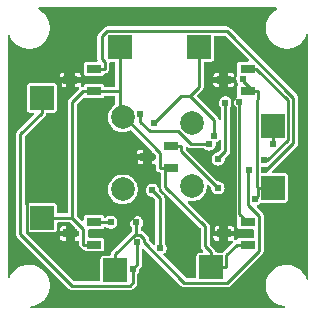
<source format=gtl>
G04 Layer: TopLayer*
G04 EasyEDA v6.5.46, 2025-07-23 17:24:06*
G04 74a4e304ba1b453b8bde7bcb9ef7a0d0,7be8f16a26344db1bf46185b0a727cd7,10*
G04 Gerber Generator version 0.2*
G04 Scale: 100 percent, Rotated: No, Reflected: No *
G04 Dimensions in millimeters *
G04 leading zeros omitted , absolute positions ,4 integer and 5 decimal *
%FSLAX45Y45*%
%MOMM*%

%ADD10C,0.2540*%
%ADD11R,2.0000X2.0000*%
%ADD12R,1.2500X0.7000*%
%ADD13C,2.0000*%
%ADD14C,0.6100*%
%ADD15C,0.0114*%

%LPD*%
G36*
X1222197Y5075174D02*
G01*
X1217879Y5076139D01*
X1214424Y5078831D01*
X1212392Y5082743D01*
X1212189Y5087162D01*
X1213916Y5091226D01*
X1217218Y5094173D01*
X1222603Y5095544D01*
X1240383Y5098796D01*
X1257808Y5103876D01*
X1274572Y5110683D01*
X1290523Y5119217D01*
X1305560Y5129326D01*
X1319479Y5140909D01*
X1332128Y5153863D01*
X1343355Y5168087D01*
X1353058Y5183378D01*
X1361186Y5199532D01*
X1367536Y5216499D01*
X1372158Y5234025D01*
X1374952Y5251907D01*
X1375867Y5269992D01*
X1374952Y5288076D01*
X1372158Y5305958D01*
X1367536Y5323484D01*
X1361186Y5340451D01*
X1353058Y5356606D01*
X1343355Y5371896D01*
X1332128Y5386120D01*
X1319479Y5399074D01*
X1305560Y5410657D01*
X1290523Y5420766D01*
X1274572Y5429300D01*
X1257808Y5436108D01*
X1240383Y5441188D01*
X1222603Y5444439D01*
X1204518Y5445810D01*
X1186434Y5445353D01*
X1168450Y5443016D01*
X1150823Y5438902D01*
X1133754Y5432907D01*
X1117346Y5425236D01*
X1101801Y5415940D01*
X1087323Y5405069D01*
X1074013Y5392775D01*
X1062075Y5379161D01*
X1051560Y5364378D01*
X1042669Y5348630D01*
X1037488Y5336844D01*
X1035253Y5333593D01*
X1031951Y5331460D01*
X1028090Y5330748D01*
X1024229Y5331561D01*
X1020978Y5333746D01*
X1018794Y5337048D01*
X1018032Y5340908D01*
X1018032Y7379055D01*
X1018794Y7382916D01*
X1020978Y7386218D01*
X1024229Y7388402D01*
X1028090Y7389215D01*
X1031951Y7388504D01*
X1035253Y7386370D01*
X1037488Y7383119D01*
X1042669Y7371334D01*
X1051560Y7355586D01*
X1062075Y7340803D01*
X1074013Y7327188D01*
X1087323Y7314895D01*
X1101801Y7304024D01*
X1117346Y7294727D01*
X1133754Y7287056D01*
X1150823Y7281062D01*
X1168450Y7276947D01*
X1186434Y7274610D01*
X1204518Y7274153D01*
X1222603Y7275525D01*
X1240383Y7278776D01*
X1257808Y7283856D01*
X1274572Y7290663D01*
X1290523Y7299198D01*
X1305560Y7309307D01*
X1319479Y7320889D01*
X1332128Y7333843D01*
X1343355Y7348067D01*
X1353058Y7363358D01*
X1361186Y7379512D01*
X1367536Y7396480D01*
X1372158Y7414006D01*
X1374952Y7431887D01*
X1375867Y7449972D01*
X1374952Y7468057D01*
X1372158Y7485938D01*
X1367536Y7503464D01*
X1361186Y7520431D01*
X1353058Y7536586D01*
X1343355Y7551877D01*
X1332128Y7566101D01*
X1319479Y7579055D01*
X1305560Y7590637D01*
X1290523Y7600746D01*
X1283665Y7604404D01*
X1280312Y7607350D01*
X1278483Y7611414D01*
X1278585Y7615834D01*
X1280617Y7619847D01*
X1284122Y7622590D01*
X1288440Y7623556D01*
X3291179Y7623556D01*
X3295446Y7622641D01*
X3298951Y7619949D01*
X3300984Y7616088D01*
X3301237Y7611770D01*
X3299612Y7607706D01*
X3296412Y7604709D01*
X3281832Y7595920D01*
X3267303Y7585049D01*
X3254044Y7572756D01*
X3242056Y7559141D01*
X3231591Y7544358D01*
X3222650Y7528610D01*
X3215436Y7511999D01*
X3209899Y7494778D01*
X3206191Y7477048D01*
X3204362Y7459014D01*
X3204362Y7440930D01*
X3206191Y7422896D01*
X3209899Y7405166D01*
X3215436Y7387945D01*
X3222650Y7371334D01*
X3231591Y7355586D01*
X3242056Y7340803D01*
X3254044Y7327188D01*
X3267303Y7314895D01*
X3281832Y7304024D01*
X3297326Y7294727D01*
X3313734Y7287056D01*
X3330854Y7281062D01*
X3348482Y7276947D01*
X3366414Y7274610D01*
X3384550Y7274153D01*
X3402584Y7275525D01*
X3420414Y7278776D01*
X3437788Y7283856D01*
X3454552Y7290663D01*
X3470554Y7299198D01*
X3485591Y7309307D01*
X3499459Y7320889D01*
X3512108Y7333843D01*
X3523386Y7348067D01*
X3533089Y7363358D01*
X3541166Y7379512D01*
X3546500Y7393635D01*
X3548634Y7397038D01*
X3551885Y7399324D01*
X3555796Y7400188D01*
X3559759Y7399477D01*
X3563112Y7397292D01*
X3565347Y7393990D01*
X3566160Y7390028D01*
X3566160Y5329936D01*
X3565347Y5325973D01*
X3563112Y5322671D01*
X3559759Y5320487D01*
X3555796Y5319776D01*
X3551885Y5320639D01*
X3548634Y5322925D01*
X3546500Y5326329D01*
X3541166Y5340451D01*
X3533089Y5356606D01*
X3523386Y5371896D01*
X3512108Y5386120D01*
X3499459Y5399074D01*
X3485591Y5410657D01*
X3470554Y5420766D01*
X3454552Y5429300D01*
X3437788Y5436108D01*
X3420414Y5441188D01*
X3402584Y5444439D01*
X3384550Y5445810D01*
X3366414Y5445353D01*
X3348482Y5443016D01*
X3330854Y5438902D01*
X3313734Y5432907D01*
X3297326Y5425236D01*
X3281832Y5415940D01*
X3267303Y5405069D01*
X3254044Y5392775D01*
X3242056Y5379161D01*
X3231591Y5364378D01*
X3222650Y5348630D01*
X3215436Y5332018D01*
X3209899Y5314797D01*
X3206191Y5297068D01*
X3204362Y5279034D01*
X3204362Y5260949D01*
X3206191Y5242915D01*
X3209899Y5225186D01*
X3215436Y5207965D01*
X3222650Y5191353D01*
X3231591Y5175605D01*
X3242056Y5160822D01*
X3254044Y5147208D01*
X3267303Y5134914D01*
X3281832Y5124043D01*
X3297326Y5114747D01*
X3313734Y5107076D01*
X3330854Y5101082D01*
X3348482Y5096967D01*
X3360369Y5095392D01*
X3364433Y5093970D01*
X3367532Y5090922D01*
X3369106Y5086858D01*
X3368801Y5082540D01*
X3366770Y5078730D01*
X3363264Y5076088D01*
X3359048Y5075174D01*
G37*

%LPC*%
G36*
X1567027Y5230672D02*
G01*
X2050694Y5230672D01*
X2058720Y5231485D01*
X2065985Y5233670D01*
X2072639Y5237226D01*
X2078837Y5242356D01*
X2106015Y5269534D01*
X2111146Y5275732D01*
X2114702Y5282387D01*
X2116886Y5289651D01*
X2117699Y5297678D01*
X2117699Y5365750D01*
X2118461Y5369661D01*
X2120646Y5372963D01*
X2122271Y5374538D01*
X2127910Y5382615D01*
X2132025Y5391505D01*
X2134565Y5401005D01*
X2135276Y5409031D01*
X2136190Y5412435D01*
X2138222Y5415330D01*
X2144369Y5421477D01*
X2149500Y5427726D01*
X2153056Y5434380D01*
X2155240Y5441594D01*
X2156053Y5449620D01*
X2156053Y5575503D01*
X2156815Y5579414D01*
X2159000Y5582716D01*
X2162302Y5584901D01*
X2166213Y5585663D01*
X2170074Y5584901D01*
X2173376Y5582716D01*
X2488336Y5267756D01*
X2494534Y5262626D01*
X2501239Y5259070D01*
X2508453Y5256885D01*
X2516479Y5256072D01*
X2877820Y5256072D01*
X2885846Y5256885D01*
X2893110Y5259070D01*
X2899765Y5262626D01*
X2905963Y5267756D01*
X3174542Y5536285D01*
X3179622Y5542534D01*
X3183178Y5549188D01*
X3185363Y5556402D01*
X3186176Y5564428D01*
X3186176Y5859170D01*
X3185363Y5867196D01*
X3183178Y5874410D01*
X3179622Y5881116D01*
X3174542Y5887313D01*
X3129991Y5931865D01*
X3127806Y5935065D01*
X3126994Y5938875D01*
X3127654Y5942685D01*
X3129737Y5945987D01*
X3132886Y5948273D01*
X3139948Y5951575D01*
X3148025Y5957214D01*
X3154984Y5964174D01*
X3158337Y5968085D01*
X3161233Y5969558D01*
X3164382Y5970066D01*
X3363315Y5970066D01*
X3369665Y5970828D01*
X3375101Y5972708D01*
X3380028Y5975807D01*
X3384092Y5979871D01*
X3387191Y5984798D01*
X3389071Y5990234D01*
X3389833Y5996584D01*
X3389833Y6195415D01*
X3389071Y6201765D01*
X3387191Y6207201D01*
X3384092Y6212128D01*
X3380028Y6216192D01*
X3375101Y6219291D01*
X3369665Y6221171D01*
X3363315Y6221882D01*
X3265881Y6221882D01*
X3261969Y6222695D01*
X3258667Y6224879D01*
X3256483Y6228181D01*
X3255721Y6232042D01*
X3256483Y6235954D01*
X3258667Y6239256D01*
X3465118Y6445707D01*
X3470249Y6451904D01*
X3473805Y6458559D01*
X3475990Y6465824D01*
X3476802Y6473850D01*
X3476802Y6859219D01*
X3475990Y6867245D01*
X3473805Y6874459D01*
X3470249Y6881114D01*
X3465118Y6887362D01*
X2901442Y7451039D01*
X2895193Y7456170D01*
X2888538Y7459725D01*
X2881325Y7461910D01*
X2873298Y7462672D01*
X1862988Y7462672D01*
X1854962Y7461910D01*
X1847748Y7459725D01*
X1841042Y7456170D01*
X1834845Y7451039D01*
X1790954Y7407148D01*
X1785823Y7400899D01*
X1782267Y7394244D01*
X1780082Y7387031D01*
X1779270Y7379004D01*
X1779270Y7183628D01*
X1779930Y7176973D01*
X1779473Y7172756D01*
X1777339Y7169150D01*
X1773936Y7166660D01*
X1769821Y7165797D01*
X1688033Y7165797D01*
X1681734Y7165086D01*
X1676247Y7163155D01*
X1671370Y7160107D01*
X1667256Y7155992D01*
X1664207Y7151116D01*
X1662277Y7145629D01*
X1661566Y7139330D01*
X1661566Y7070445D01*
X1662277Y7064146D01*
X1664207Y7058659D01*
X1667256Y7053783D01*
X1671370Y7049668D01*
X1676247Y7046620D01*
X1681734Y7044690D01*
X1688033Y7043978D01*
X1811883Y7043978D01*
X1818233Y7044690D01*
X1823669Y7046620D01*
X1828596Y7049668D01*
X1832660Y7053783D01*
X1835759Y7058659D01*
X1838147Y7063282D01*
X1841144Y7065670D01*
X1844802Y7066737D01*
X1848053Y7067042D01*
X1855266Y7069277D01*
X1861921Y7072833D01*
X1867763Y7077608D01*
X1872589Y7083450D01*
X1876145Y7090105D01*
X1878330Y7097369D01*
X1879142Y7105396D01*
X1879142Y7153706D01*
X1879904Y7157618D01*
X1882089Y7160920D01*
X1885391Y7163104D01*
X1889302Y7163866D01*
X1919732Y7163866D01*
X1923643Y7163104D01*
X1926894Y7160920D01*
X1929130Y7157618D01*
X1929892Y7153706D01*
X1929892Y6963664D01*
X1929130Y6959752D01*
X1926894Y6956501D01*
X1923643Y6954266D01*
X1919732Y6953503D01*
X1845614Y6953503D01*
X1841550Y6954367D01*
X1838198Y6956755D01*
X1835759Y6961124D01*
X1832660Y6966000D01*
X1828596Y6970115D01*
X1823669Y6973163D01*
X1818233Y6975094D01*
X1811883Y6975805D01*
X1688033Y6975805D01*
X1681734Y6975094D01*
X1676247Y6973163D01*
X1671370Y6970115D01*
X1667256Y6966000D01*
X1664207Y6961124D01*
X1661820Y6956450D01*
X1658823Y6954113D01*
X1655114Y6953046D01*
X1651914Y6952691D01*
X1648714Y6951725D01*
X1644294Y6951421D01*
X1640128Y6952996D01*
X1637080Y6956196D01*
X1635658Y6960412D01*
X1636166Y6964832D01*
X1637690Y6969150D01*
X1638401Y6975449D01*
X1638401Y6986066D01*
X1587601Y6986066D01*
X1587601Y6948982D01*
X1611934Y6948982D01*
X1613509Y6949186D01*
X1617675Y6948779D01*
X1621282Y6946747D01*
X1623822Y6943496D01*
X1624838Y6939432D01*
X1624126Y6935368D01*
X1621840Y6931863D01*
X1538478Y6848500D01*
X1533347Y6842252D01*
X1529791Y6835597D01*
X1527606Y6828383D01*
X1526794Y6820357D01*
X1526794Y5890768D01*
X1526032Y5886856D01*
X1523796Y5883605D01*
X1520545Y5881370D01*
X1516634Y5880608D01*
X1444193Y5880608D01*
X1440281Y5881370D01*
X1436979Y5883605D01*
X1434795Y5886856D01*
X1434033Y5890768D01*
X1434033Y5941415D01*
X1433271Y5947765D01*
X1431391Y5953201D01*
X1428292Y5958128D01*
X1424228Y5962192D01*
X1419301Y5965291D01*
X1413865Y5967171D01*
X1407515Y5967882D01*
X1208684Y5967882D01*
X1202334Y5967171D01*
X1196898Y5965291D01*
X1191971Y5962192D01*
X1187907Y5958128D01*
X1185164Y5953810D01*
X1182166Y5950712D01*
X1178102Y5949137D01*
X1173784Y5949442D01*
X1169974Y5951524D01*
X1167333Y5954979D01*
X1166418Y5959195D01*
X1166418Y6529476D01*
X1167180Y6533388D01*
X1169416Y6536690D01*
X1335074Y6702348D01*
X1340154Y6708546D01*
X1343710Y6715201D01*
X1347012Y6726478D01*
X1349248Y6729475D01*
X1352397Y6731406D01*
X1356055Y6732066D01*
X1407515Y6732066D01*
X1413865Y6732828D01*
X1419301Y6734708D01*
X1424228Y6737807D01*
X1428292Y6741871D01*
X1431391Y6746798D01*
X1433271Y6752234D01*
X1434033Y6758584D01*
X1434033Y6957415D01*
X1433271Y6963765D01*
X1431391Y6969201D01*
X1428292Y6974128D01*
X1424228Y6978192D01*
X1419301Y6981291D01*
X1413865Y6983171D01*
X1407515Y6983882D01*
X1208684Y6983882D01*
X1202334Y6983171D01*
X1196898Y6981291D01*
X1191971Y6978192D01*
X1187907Y6974128D01*
X1184808Y6969201D01*
X1182928Y6963765D01*
X1182217Y6957415D01*
X1182217Y6758584D01*
X1182928Y6752234D01*
X1184808Y6746798D01*
X1187907Y6741871D01*
X1191971Y6737807D01*
X1196898Y6734708D01*
X1202334Y6732828D01*
X1208684Y6732066D01*
X1231087Y6732066D01*
X1234948Y6731304D01*
X1238250Y6729120D01*
X1240485Y6725818D01*
X1241247Y6721906D01*
X1240485Y6718046D01*
X1238250Y6714744D01*
X1100886Y6577330D01*
X1095756Y6571132D01*
X1092200Y6564426D01*
X1090015Y6557213D01*
X1089202Y6549186D01*
X1089202Y5708548D01*
X1090015Y5700522D01*
X1092200Y5693257D01*
X1095756Y5686602D01*
X1100886Y5680405D01*
X1538884Y5242356D01*
X1545132Y5237226D01*
X1551787Y5233670D01*
X1559001Y5231485D01*
G37*
G36*
X1488084Y6948982D02*
G01*
X1512366Y6948982D01*
X1512366Y6986066D01*
X1461566Y6986066D01*
X1461566Y6975449D01*
X1462278Y6969150D01*
X1464208Y6963664D01*
X1467307Y6958787D01*
X1471371Y6954672D01*
X1476298Y6951624D01*
X1481734Y6949694D01*
G37*
G36*
X1587601Y7033717D02*
G01*
X1638401Y7033717D01*
X1638401Y7044334D01*
X1637690Y7050633D01*
X1635760Y7056120D01*
X1632712Y7060996D01*
X1628597Y7065111D01*
X1623720Y7068159D01*
X1618234Y7070090D01*
X1611934Y7070801D01*
X1587601Y7070801D01*
G37*
G36*
X1461566Y7033717D02*
G01*
X1512366Y7033717D01*
X1512366Y7070801D01*
X1488084Y7070801D01*
X1481734Y7070090D01*
X1476298Y7068159D01*
X1471371Y7065111D01*
X1467307Y7060996D01*
X1464208Y7056120D01*
X1462278Y7050633D01*
X1461566Y7044334D01*
G37*

%LPD*%
G36*
X2814015Y6673037D02*
G01*
X2810052Y6674103D01*
X2806852Y6676644D01*
X2804871Y6680301D01*
X2802382Y6688683D01*
X2798826Y6695338D01*
X2793746Y6701536D01*
X2626614Y6868668D01*
X2624429Y6871919D01*
X2623667Y6875830D01*
X2624429Y6879691D01*
X2626614Y6882993D01*
X2668574Y6924954D01*
X2673654Y6931152D01*
X2677210Y6937806D01*
X2679395Y6945071D01*
X2680208Y6953097D01*
X2680208Y7153706D01*
X2680970Y7157618D01*
X2683205Y7160920D01*
X2686507Y7163104D01*
X2690368Y7163866D01*
X2741015Y7163866D01*
X2747365Y7164628D01*
X2752801Y7166508D01*
X2757728Y7169607D01*
X2761792Y7173671D01*
X2764891Y7178598D01*
X2766771Y7184034D01*
X2767533Y7190384D01*
X2767533Y7375296D01*
X2768295Y7379208D01*
X2770479Y7382509D01*
X2773781Y7384694D01*
X2777693Y7385456D01*
X2853588Y7385456D01*
X2857449Y7384694D01*
X2860751Y7382509D01*
X3060141Y7183120D01*
X3062325Y7179868D01*
X3063087Y7175957D01*
X3062325Y7172096D01*
X3060141Y7168794D01*
X3056839Y7166559D01*
X3052927Y7165797D01*
X2988005Y7165797D01*
X2981706Y7165086D01*
X2976219Y7163155D01*
X2971342Y7160107D01*
X2967228Y7155992D01*
X2964180Y7151116D01*
X2962249Y7145629D01*
X2961538Y7139330D01*
X2961538Y7070445D01*
X2962249Y7064146D01*
X2965399Y7055053D01*
X2965196Y7051243D01*
X2963672Y7047788D01*
X2962503Y7046112D01*
X2957931Y7036409D01*
X2955239Y7032904D01*
X2951784Y7031126D01*
X2952699Y7030466D01*
X2954832Y7026859D01*
X2955340Y7022693D01*
X2954934Y7017918D01*
X2955798Y7008164D01*
X2958338Y6998665D01*
X2962503Y6989775D01*
X2970530Y6978192D01*
X2971342Y6974281D01*
X2970530Y6970420D01*
X2967228Y6966000D01*
X2964180Y6961124D01*
X2962249Y6955637D01*
X2961538Y6949338D01*
X2961538Y6880453D01*
X2961182Y6876084D01*
X2959100Y6872427D01*
X2955747Y6869887D01*
X2953258Y6868718D01*
X2945180Y6863080D01*
X2938272Y6856120D01*
X2932633Y6848094D01*
X2930398Y6843318D01*
X2927858Y6839966D01*
X2924149Y6837883D01*
X2919933Y6837527D01*
X2915920Y6838950D01*
X2912821Y6841845D01*
X2906572Y6850888D01*
X2899613Y6857796D01*
X2891586Y6863435D01*
X2882696Y6867601D01*
X2873197Y6870141D01*
X2863392Y6871004D01*
X2853588Y6870141D01*
X2844139Y6867601D01*
X2835198Y6863435D01*
X2827172Y6857796D01*
X2820212Y6850888D01*
X2814574Y6842810D01*
X2810408Y6833920D01*
X2807868Y6824421D01*
X2807004Y6814616D01*
X2807868Y6804863D01*
X2810408Y6795363D01*
X2814574Y6786473D01*
X2820212Y6778396D01*
X2821787Y6776821D01*
X2824022Y6773519D01*
X2824784Y6769608D01*
X2824784Y6683197D01*
X2823972Y6679133D01*
X2821584Y6675780D01*
X2818079Y6673646D01*
G37*

%LPC*%
G36*
X2887573Y6948982D02*
G01*
X2911906Y6948982D01*
X2918206Y6949694D01*
X2923692Y6951624D01*
X2928569Y6954672D01*
X2932684Y6958787D01*
X2935732Y6963664D01*
X2937662Y6969150D01*
X2938373Y6975449D01*
X2938373Y6986066D01*
X2887573Y6986066D01*
G37*
G36*
X2788056Y6948982D02*
G01*
X2812338Y6948982D01*
X2812338Y6986066D01*
X2761538Y6986066D01*
X2761538Y6975449D01*
X2762250Y6969150D01*
X2764180Y6963664D01*
X2767279Y6958787D01*
X2771343Y6954672D01*
X2776270Y6951624D01*
X2781706Y6949694D01*
G37*
G36*
X2761538Y7033717D02*
G01*
X2812338Y7033717D01*
X2812338Y7070801D01*
X2788056Y7070801D01*
X2781706Y7070090D01*
X2776270Y7068159D01*
X2771343Y7065111D01*
X2767279Y7060996D01*
X2764180Y7056120D01*
X2762250Y7050633D01*
X2761538Y7044334D01*
G37*
G36*
X2887573Y7033717D02*
G01*
X2941675Y7033717D01*
X2939796Y7035901D01*
X2938576Y7040168D01*
X2938424Y7044080D01*
X2937662Y7050633D01*
X2935732Y7056120D01*
X2932684Y7060996D01*
X2928569Y7065111D01*
X2923692Y7068159D01*
X2918206Y7070090D01*
X2911906Y7070801D01*
X2887573Y7070801D01*
G37*

%LPD*%
G36*
X2791155Y5548782D02*
G01*
X2787497Y5549493D01*
X2784348Y5551424D01*
X2782112Y5554421D01*
X2778810Y5565648D01*
X2775254Y5572353D01*
X2770174Y5578551D01*
X2733090Y5615635D01*
X2730855Y5618937D01*
X2730093Y5622848D01*
X2730093Y5769610D01*
X2729331Y5777636D01*
X2727096Y5784850D01*
X2723540Y5791504D01*
X2718460Y5797753D01*
X2548686Y5967526D01*
X2546350Y5971082D01*
X2545689Y5975299D01*
X2546858Y5979414D01*
X2549601Y5982716D01*
X2553411Y5984544D01*
X2557678Y5984697D01*
X2562910Y5983732D01*
X2578100Y5982817D01*
X2593289Y5983732D01*
X2608224Y5986475D01*
X2622753Y5990996D01*
X2636621Y5997244D01*
X2649626Y6005118D01*
X2661564Y6014466D01*
X2672334Y6025235D01*
X2681681Y6037173D01*
X2689555Y6050178D01*
X2695803Y6064046D01*
X2700324Y6078575D01*
X2703068Y6093510D01*
X2703982Y6108700D01*
X2703728Y6112713D01*
X2704338Y6116726D01*
X2706420Y6120180D01*
X2709722Y6122568D01*
X2713685Y6123482D01*
X2717698Y6122720D01*
X2721051Y6120485D01*
X2739948Y6101638D01*
X2741980Y6098743D01*
X2742895Y6095339D01*
X2743606Y6087262D01*
X2746146Y6077762D01*
X2750312Y6068872D01*
X2755950Y6060846D01*
X2762859Y6053886D01*
X2770936Y6048248D01*
X2779826Y6044082D01*
X2789326Y6041542D01*
X2799130Y6040678D01*
X2808884Y6041542D01*
X2818384Y6044082D01*
X2827274Y6048248D01*
X2835351Y6053886D01*
X2842310Y6060846D01*
X2847949Y6068872D01*
X2852064Y6077762D01*
X2854604Y6087262D01*
X2855468Y6097066D01*
X2854604Y6106871D01*
X2852064Y6116320D01*
X2847949Y6125260D01*
X2842310Y6133287D01*
X2835351Y6140246D01*
X2827274Y6145885D01*
X2818384Y6150051D01*
X2808884Y6152591D01*
X2800858Y6153302D01*
X2797454Y6154216D01*
X2794558Y6156198D01*
X2532075Y6418681D01*
X2529890Y6421983D01*
X2529128Y6425895D01*
X2529128Y6431280D01*
X2529840Y6435039D01*
X2531872Y6438239D01*
X2534920Y6440474D01*
X2538577Y6441440D01*
X2542387Y6440982D01*
X2545689Y6439154D01*
X2548991Y6436461D01*
X2555646Y6432905D01*
X2562860Y6430670D01*
X2570886Y6429908D01*
X2679141Y6429908D01*
X2683002Y6429146D01*
X2686304Y6426911D01*
X2687929Y6425336D01*
X2695956Y6419697D01*
X2704896Y6415532D01*
X2714345Y6412992D01*
X2724150Y6412128D01*
X2733954Y6412992D01*
X2743454Y6415532D01*
X2752344Y6419697D01*
X2760370Y6425336D01*
X2767330Y6432296D01*
X2772968Y6440322D01*
X2777134Y6449212D01*
X2779674Y6458712D01*
X2780538Y6468516D01*
X2780030Y6474155D01*
X2780487Y6478219D01*
X2782570Y6481775D01*
X2785872Y6484213D01*
X2794965Y6488480D01*
X2802991Y6494119D01*
X2807462Y6498539D01*
X2810764Y6500774D01*
X2814624Y6501536D01*
X2818536Y6500774D01*
X2821787Y6498539D01*
X2824022Y6495237D01*
X2824784Y6491376D01*
X2824784Y6427470D01*
X2824022Y6423558D01*
X2821787Y6420256D01*
X2802026Y6400495D01*
X2799181Y6398463D01*
X2795727Y6397548D01*
X2791612Y6397193D01*
X2782112Y6394653D01*
X2773222Y6390487D01*
X2765145Y6384848D01*
X2758236Y6377940D01*
X2752598Y6369862D01*
X2748432Y6360972D01*
X2745892Y6351473D01*
X2745028Y6341668D01*
X2745892Y6331915D01*
X2748432Y6322415D01*
X2752598Y6313525D01*
X2758236Y6305448D01*
X2765145Y6298488D01*
X2773222Y6292850D01*
X2782112Y6288735D01*
X2791612Y6286195D01*
X2801416Y6285331D01*
X2811170Y6286195D01*
X2820670Y6288735D01*
X2829560Y6292850D01*
X2837637Y6298488D01*
X2844596Y6305448D01*
X2850235Y6313525D01*
X2854350Y6322415D01*
X2856890Y6331915D01*
X2858312Y6346240D01*
X2860700Y6349949D01*
X2890367Y6379616D01*
X2895447Y6385814D01*
X2899003Y6392468D01*
X2901188Y6399733D01*
X2902000Y6407759D01*
X2902000Y6769608D01*
X2902762Y6773519D01*
X2904998Y6776821D01*
X2906572Y6778396D01*
X2912211Y6786473D01*
X2914446Y6791198D01*
X2916986Y6794601D01*
X2920695Y6796633D01*
X2924911Y6796989D01*
X2928924Y6795617D01*
X2931972Y6792722D01*
X2938272Y6783628D01*
X2939846Y6782053D01*
X2942031Y6778752D01*
X2942844Y6774891D01*
X2942844Y5873953D01*
X2943606Y5865926D01*
X2945790Y5858662D01*
X2949346Y5852007D01*
X2954477Y5845810D01*
X2958541Y5841695D01*
X2960776Y5838393D01*
X2961538Y5834532D01*
X2961538Y5770473D01*
X2962249Y5764174D01*
X2964180Y5758688D01*
X2967228Y5753811D01*
X2971342Y5749696D01*
X2976219Y5746648D01*
X2981706Y5744718D01*
X2988005Y5744006D01*
X3098800Y5744006D01*
X3102711Y5743244D01*
X3105962Y5741060D01*
X3108198Y5737758D01*
X3108960Y5733846D01*
X3108960Y5685993D01*
X3108198Y5682081D01*
X3105962Y5678779D01*
X3102711Y5676595D01*
X3098800Y5675833D01*
X2988005Y5675833D01*
X2981706Y5675122D01*
X2976219Y5673191D01*
X2971342Y5670143D01*
X2967228Y5666028D01*
X2964180Y5661152D01*
X2961792Y5656478D01*
X2958795Y5654141D01*
X2955086Y5653074D01*
X2951886Y5652719D01*
X2948686Y5651754D01*
X2944266Y5651449D01*
X2940100Y5653024D01*
X2937052Y5656224D01*
X2935630Y5660440D01*
X2936138Y5664860D01*
X2937662Y5669178D01*
X2938373Y5675477D01*
X2938373Y5686094D01*
X2887573Y5686094D01*
X2887573Y5649010D01*
X2911906Y5649010D01*
X2913481Y5649214D01*
X2917647Y5648807D01*
X2921254Y5646775D01*
X2923794Y5643524D01*
X2924810Y5639460D01*
X2924098Y5635396D01*
X2921812Y5631891D01*
X2844292Y5554370D01*
X2842768Y5552541D01*
X2839262Y5549798D01*
X2834894Y5548782D01*
G37*

%LPC*%
G36*
X2788056Y5649010D02*
G01*
X2812338Y5649010D01*
X2812338Y5686094D01*
X2761538Y5686094D01*
X2761538Y5675477D01*
X2762250Y5669178D01*
X2764180Y5663692D01*
X2767279Y5658815D01*
X2771343Y5654700D01*
X2776270Y5651652D01*
X2781706Y5649722D01*
G37*
G36*
X2887573Y5733745D02*
G01*
X2938373Y5733745D01*
X2938373Y5744362D01*
X2937662Y5750661D01*
X2935732Y5756148D01*
X2932684Y5761024D01*
X2928569Y5765139D01*
X2923692Y5768187D01*
X2918206Y5770118D01*
X2911906Y5770829D01*
X2887573Y5770829D01*
G37*
G36*
X2761538Y5733745D02*
G01*
X2812338Y5733745D01*
X2812338Y5770829D01*
X2788056Y5770829D01*
X2781706Y5770118D01*
X2776270Y5768187D01*
X2771343Y5765139D01*
X2767279Y5761024D01*
X2764180Y5756148D01*
X2762250Y5750661D01*
X2761538Y5744362D01*
G37*

%LPD*%
G36*
X1586738Y5307888D02*
G01*
X1582877Y5308701D01*
X1579575Y5310886D01*
X1189685Y5700776D01*
X1187500Y5703976D01*
X1186688Y5707786D01*
X1187399Y5711647D01*
X1189431Y5714898D01*
X1192580Y5717184D01*
X1196390Y5718098D01*
X1200200Y5717540D01*
X1202334Y5716828D01*
X1208684Y5716066D01*
X1407515Y5716066D01*
X1413865Y5716828D01*
X1419301Y5718708D01*
X1424228Y5721807D01*
X1428292Y5725871D01*
X1431391Y5730798D01*
X1433271Y5736234D01*
X1434033Y5742584D01*
X1434033Y5793232D01*
X1434795Y5797092D01*
X1436979Y5800394D01*
X1440281Y5802630D01*
X1444193Y5803392D01*
X1545183Y5803392D01*
X1549095Y5802630D01*
X1552397Y5800394D01*
X1584604Y5768187D01*
X1586839Y5764885D01*
X1587601Y5761024D01*
X1587601Y5733745D01*
X1610715Y5733745D01*
X1614576Y5732983D01*
X1617878Y5730798D01*
X1620062Y5727496D01*
X1620875Y5723585D01*
X1620875Y5696254D01*
X1620062Y5692343D01*
X1617878Y5689041D01*
X1614576Y5686856D01*
X1610715Y5686094D01*
X1587601Y5686094D01*
X1587601Y5649010D01*
X1610715Y5649010D01*
X1614576Y5648248D01*
X1617878Y5646013D01*
X1620062Y5642762D01*
X1620875Y5638850D01*
X1620875Y5615432D01*
X1621637Y5607405D01*
X1623822Y5600141D01*
X1627378Y5593486D01*
X1632204Y5587644D01*
X1638046Y5582869D01*
X1644700Y5579313D01*
X1651914Y5577078D01*
X1655114Y5576773D01*
X1658823Y5575706D01*
X1661820Y5573318D01*
X1664207Y5568696D01*
X1667256Y5563819D01*
X1671370Y5559704D01*
X1676247Y5556656D01*
X1681734Y5554726D01*
X1688033Y5554014D01*
X1811883Y5554014D01*
X1818233Y5554726D01*
X1823669Y5556656D01*
X1828596Y5559704D01*
X1832660Y5563819D01*
X1835759Y5568696D01*
X1837689Y5574182D01*
X1838401Y5580481D01*
X1838401Y5649366D01*
X1837689Y5655665D01*
X1835759Y5661152D01*
X1832660Y5666028D01*
X1828596Y5670143D01*
X1823669Y5673191D01*
X1818233Y5675122D01*
X1811883Y5675833D01*
X1708251Y5675833D01*
X1704339Y5676595D01*
X1701038Y5678779D01*
X1698853Y5682081D01*
X1698091Y5685993D01*
X1698091Y5733846D01*
X1698853Y5737758D01*
X1701038Y5741060D01*
X1704339Y5743244D01*
X1708251Y5744006D01*
X1811883Y5744006D01*
X1818233Y5744718D01*
X1823669Y5746648D01*
X1828596Y5749696D01*
X1832660Y5753811D01*
X1835759Y5758688D01*
X1838147Y5763310D01*
X1841144Y5765698D01*
X1845970Y5766917D01*
X1850389Y5766358D01*
X1854149Y5763971D01*
X1855571Y5762548D01*
X1863648Y5756910D01*
X1872538Y5752744D01*
X1882038Y5750204D01*
X1891842Y5749340D01*
X1901596Y5750204D01*
X1911096Y5752744D01*
X1919986Y5756910D01*
X1928063Y5762548D01*
X1935022Y5769508D01*
X1940661Y5777534D01*
X1944776Y5786424D01*
X1947316Y5795924D01*
X1948180Y5805728D01*
X1947316Y5815533D01*
X1944776Y5824982D01*
X1940661Y5833922D01*
X1935022Y5841949D01*
X1928063Y5848908D01*
X1919986Y5854547D01*
X1911096Y5858713D01*
X1901596Y5861253D01*
X1891842Y5862116D01*
X1882038Y5861253D01*
X1872538Y5858713D01*
X1863648Y5854547D01*
X1855571Y5848908D01*
X1853996Y5847334D01*
X1850694Y5845098D01*
X1845360Y5844336D01*
X1841296Y5845200D01*
X1837893Y5847588D01*
X1832660Y5856020D01*
X1828596Y5860135D01*
X1823669Y5863183D01*
X1818233Y5865114D01*
X1811883Y5865825D01*
X1688033Y5865825D01*
X1681734Y5865114D01*
X1676247Y5863183D01*
X1671370Y5860135D01*
X1667256Y5856020D01*
X1664207Y5851144D01*
X1662277Y5845657D01*
X1661566Y5839358D01*
X1661566Y5824982D01*
X1660804Y5821070D01*
X1658569Y5817768D01*
X1655318Y5815584D01*
X1651406Y5814822D01*
X1647545Y5815584D01*
X1644243Y5817768D01*
X1607007Y5855004D01*
X1604772Y5858306D01*
X1604010Y5862218D01*
X1604010Y6800646D01*
X1604772Y6804507D01*
X1607007Y6807809D01*
X1657959Y6858762D01*
X1660702Y6860743D01*
X1664004Y6861708D01*
X1667408Y6861505D01*
X1670557Y6860184D01*
X1676247Y6856628D01*
X1681734Y6854698D01*
X1688033Y6853986D01*
X1811883Y6853986D01*
X1818233Y6854698D01*
X1823669Y6856628D01*
X1828596Y6859676D01*
X1832660Y6863791D01*
X1838198Y6873036D01*
X1841550Y6875424D01*
X1845614Y6876288D01*
X1919732Y6876288D01*
X1923643Y6875525D01*
X1926894Y6873290D01*
X1929130Y6869988D01*
X1929892Y6866128D01*
X1929892Y6806793D01*
X1929282Y6803339D01*
X1927606Y6800342D01*
X1925015Y6798056D01*
X1922373Y6796481D01*
X1910435Y6787134D01*
X1899666Y6776364D01*
X1890318Y6764426D01*
X1882444Y6751421D01*
X1876196Y6737553D01*
X1871675Y6723024D01*
X1868932Y6708089D01*
X1868017Y6692900D01*
X1868932Y6677710D01*
X1871675Y6662775D01*
X1876196Y6648246D01*
X1882444Y6634378D01*
X1890318Y6621373D01*
X1899666Y6609435D01*
X1910435Y6598666D01*
X1922373Y6589318D01*
X1935378Y6581444D01*
X1949246Y6575196D01*
X1963775Y6570675D01*
X1978710Y6567931D01*
X1993900Y6567017D01*
X2009089Y6567931D01*
X2024024Y6570675D01*
X2038553Y6575196D01*
X2052421Y6581444D01*
X2054910Y6582918D01*
X2059127Y6584340D01*
X2063546Y6583832D01*
X2067356Y6581444D01*
X2234590Y6414160D01*
X2236825Y6410858D01*
X2237587Y6406997D01*
X2237587Y6383731D01*
X2260701Y6383731D01*
X2264562Y6382969D01*
X2267864Y6380784D01*
X2270048Y6377482D01*
X2270861Y6373571D01*
X2270861Y6346240D01*
X2270048Y6342329D01*
X2267864Y6339027D01*
X2264562Y6336842D01*
X2260701Y6336080D01*
X2237587Y6336080D01*
X2237587Y6298996D01*
X2260701Y6298996D01*
X2264562Y6298234D01*
X2267864Y6295999D01*
X2270048Y6292748D01*
X2270861Y6288836D01*
X2270861Y6265418D01*
X2271623Y6257391D01*
X2273808Y6250127D01*
X2277364Y6243472D01*
X2282190Y6237630D01*
X2288032Y6232855D01*
X2294686Y6229299D01*
X2301900Y6227064D01*
X2305100Y6226759D01*
X2308504Y6225844D01*
X2311349Y6223812D01*
X2313381Y6220917D01*
X2315159Y6216954D01*
X2316124Y6212687D01*
X2316124Y6107379D01*
X2316886Y6099352D01*
X2319070Y6092088D01*
X2322626Y6085433D01*
X2327757Y6079236D01*
X2649880Y5757062D01*
X2652115Y5753760D01*
X2652877Y5749899D01*
X2652877Y5603138D01*
X2653690Y5595112D01*
X2655874Y5587847D01*
X2659430Y5581192D01*
X2664561Y5574995D01*
X2673350Y5566156D01*
X2675585Y5562854D01*
X2676347Y5558942D01*
X2675585Y5555081D01*
X2673350Y5551779D01*
X2670048Y5549595D01*
X2666187Y5548782D01*
X2643784Y5548782D01*
X2637434Y5548071D01*
X2631998Y5546191D01*
X2627071Y5543092D01*
X2623007Y5539028D01*
X2619908Y5534101D01*
X2618028Y5528665D01*
X2617266Y5522315D01*
X2617266Y5343448D01*
X2616504Y5339588D01*
X2614320Y5336286D01*
X2611018Y5334101D01*
X2607157Y5333288D01*
X2536190Y5333288D01*
X2532278Y5334101D01*
X2528976Y5336286D01*
X2340660Y5524601D01*
X2338273Y5528310D01*
X2337714Y5532678D01*
X2339035Y5536895D01*
X2342032Y5540146D01*
X2344674Y5541975D01*
X2351633Y5548934D01*
X2357272Y5557012D01*
X2361438Y5565902D01*
X2363978Y5575401D01*
X2364841Y5585155D01*
X2363978Y5594959D01*
X2361438Y5604459D01*
X2357272Y5613349D01*
X2351633Y5621426D01*
X2350058Y5623001D01*
X2347823Y5626303D01*
X2347061Y5630214D01*
X2347061Y6011519D01*
X2346248Y6019546D01*
X2344064Y6026759D01*
X2340508Y6033414D01*
X2335428Y6039662D01*
X2302611Y6072428D01*
X2300579Y6075324D01*
X2299665Y6078728D01*
X2298954Y6086805D01*
X2296414Y6096254D01*
X2292299Y6105194D01*
X2286660Y6113221D01*
X2279700Y6120180D01*
X2271623Y6125819D01*
X2262733Y6129985D01*
X2253234Y6132525D01*
X2243480Y6133388D01*
X2233676Y6132525D01*
X2224176Y6129985D01*
X2215286Y6125819D01*
X2207209Y6120180D01*
X2200300Y6113221D01*
X2194661Y6105194D01*
X2190496Y6096254D01*
X2187956Y6086805D01*
X2187092Y6077000D01*
X2187956Y6067196D01*
X2190496Y6057696D01*
X2194661Y6048806D01*
X2200300Y6040780D01*
X2207209Y6033820D01*
X2215286Y6028182D01*
X2224176Y6024016D01*
X2233676Y6021476D01*
X2241702Y6020765D01*
X2245106Y6019850D01*
X2248001Y6017818D01*
X2266848Y5998972D01*
X2269083Y5995670D01*
X2269845Y5991809D01*
X2269845Y5630214D01*
X2269083Y5626303D01*
X2266848Y5623001D01*
X2263394Y5618734D01*
X2260142Y5615787D01*
X2255977Y5614466D01*
X2251608Y5615025D01*
X2247900Y5617362D01*
X2217674Y5647588D01*
X2215489Y5650890D01*
X2214727Y5654802D01*
X2214727Y5663895D01*
X2213914Y5671921D01*
X2211730Y5679135D01*
X2208174Y5685790D01*
X2203043Y5692038D01*
X2169363Y5725668D01*
X2163165Y5730798D01*
X2156510Y5734354D01*
X2154885Y5734862D01*
X2151176Y5736945D01*
X2148586Y5740349D01*
X2147722Y5744565D01*
X2147722Y5758891D01*
X2148484Y5762802D01*
X2150668Y5766104D01*
X2152294Y5767679D01*
X2157933Y5775756D01*
X2162048Y5784646D01*
X2164588Y5794146D01*
X2165451Y5803900D01*
X2164588Y5813704D01*
X2162048Y5823204D01*
X2157933Y5832094D01*
X2152294Y5840171D01*
X2145334Y5847080D01*
X2137257Y5852718D01*
X2128367Y5856884D01*
X2118868Y5859424D01*
X2109114Y5860288D01*
X2099310Y5859424D01*
X2089810Y5856884D01*
X2080920Y5852718D01*
X2072843Y5847080D01*
X2065934Y5840171D01*
X2060295Y5832094D01*
X2056130Y5823204D01*
X2053589Y5813704D01*
X2052726Y5803900D01*
X2053589Y5794146D01*
X2056130Y5784646D01*
X2060295Y5775756D01*
X2065934Y5767679D01*
X2067509Y5766104D01*
X2069693Y5762802D01*
X2070506Y5758891D01*
X2070506Y5734608D01*
X2069490Y5730240D01*
X2066747Y5726734D01*
X2065477Y5725668D01*
X1903475Y5563666D01*
X1898345Y5557418D01*
X1894789Y5550763D01*
X1892604Y5543550D01*
X1891792Y5535523D01*
X1891792Y5533542D01*
X1891030Y5529681D01*
X1888794Y5526379D01*
X1885543Y5524195D01*
X1881632Y5523382D01*
X1830984Y5523382D01*
X1824634Y5522671D01*
X1819198Y5520791D01*
X1814271Y5517692D01*
X1810207Y5513628D01*
X1807108Y5508701D01*
X1805228Y5503265D01*
X1804517Y5496915D01*
X1804517Y5318048D01*
X1803704Y5314188D01*
X1801520Y5310886D01*
X1798218Y5308701D01*
X1794357Y5307888D01*
G37*

%LPC*%
G36*
X1488084Y5649010D02*
G01*
X1512366Y5649010D01*
X1512366Y5686094D01*
X1461566Y5686094D01*
X1461566Y5675477D01*
X1462278Y5669178D01*
X1464208Y5663692D01*
X1467307Y5658815D01*
X1471371Y5654700D01*
X1476298Y5651652D01*
X1481734Y5649722D01*
G37*
G36*
X1461566Y5733745D02*
G01*
X1512366Y5733745D01*
X1512366Y5770829D01*
X1488084Y5770829D01*
X1481734Y5770118D01*
X1476298Y5768187D01*
X1471371Y5765139D01*
X1467307Y5761024D01*
X1464208Y5756148D01*
X1462278Y5750661D01*
X1461566Y5744362D01*
G37*
G36*
X1993900Y5957417D02*
G01*
X2009089Y5958332D01*
X2024024Y5961075D01*
X2038553Y5965596D01*
X2052421Y5971844D01*
X2065426Y5979718D01*
X2077364Y5989066D01*
X2088134Y5999835D01*
X2097481Y6011773D01*
X2105355Y6024778D01*
X2111603Y6038646D01*
X2116124Y6053175D01*
X2118868Y6068110D01*
X2119782Y6083300D01*
X2118868Y6098489D01*
X2116124Y6113424D01*
X2111603Y6127953D01*
X2105355Y6141821D01*
X2097481Y6154826D01*
X2088134Y6166764D01*
X2077364Y6177534D01*
X2065426Y6186881D01*
X2052421Y6194755D01*
X2038553Y6201003D01*
X2024024Y6205524D01*
X2009089Y6208268D01*
X1993900Y6209182D01*
X1978710Y6208268D01*
X1963775Y6205524D01*
X1949246Y6201003D01*
X1935378Y6194755D01*
X1922373Y6186881D01*
X1910435Y6177534D01*
X1899666Y6166764D01*
X1890318Y6154826D01*
X1882444Y6141821D01*
X1876196Y6127953D01*
X1871675Y6113424D01*
X1868932Y6098489D01*
X1868017Y6083300D01*
X1868932Y6068110D01*
X1871675Y6053175D01*
X1876196Y6038646D01*
X1882444Y6024778D01*
X1890318Y6011773D01*
X1899666Y5999835D01*
X1910435Y5989066D01*
X1922373Y5979718D01*
X1935378Y5971844D01*
X1949246Y5965596D01*
X1963775Y5961075D01*
X1978710Y5958332D01*
G37*
G36*
X2138070Y6298996D02*
G01*
X2162352Y6298996D01*
X2162352Y6336080D01*
X2111552Y6336080D01*
X2111552Y6325463D01*
X2112264Y6319164D01*
X2114194Y6313678D01*
X2117293Y6308801D01*
X2121357Y6304686D01*
X2126284Y6301638D01*
X2131720Y6299708D01*
G37*
G36*
X2111552Y6383731D02*
G01*
X2162352Y6383731D01*
X2162352Y6420815D01*
X2138070Y6420815D01*
X2131720Y6420104D01*
X2126284Y6418173D01*
X2121357Y6415125D01*
X2117293Y6411010D01*
X2114194Y6406134D01*
X2112264Y6400647D01*
X2111552Y6394348D01*
G37*

%LPD*%
D10*
X3095221Y6914893D02*
G01*
X3011299Y6998815D01*
X3011299Y7017941D01*
X3095221Y6914893D02*
G01*
X3140483Y6914893D01*
X3049958Y6914893D02*
G01*
X3095221Y6914893D01*
X2743202Y5550913D02*
G01*
X2691488Y5602627D01*
X2691488Y5770090D01*
X2354709Y6106868D01*
X2354709Y6264907D01*
X3135886Y6095997D02*
G01*
X3129155Y6102728D01*
X3129155Y6840547D01*
X3140483Y6851876D01*
X3140483Y6914893D01*
X3135886Y6095997D02*
G01*
X3135886Y6024496D01*
X3111781Y6000391D01*
X2743202Y5422897D02*
G01*
X2743202Y5550913D01*
X2354709Y6264907D02*
G01*
X2309446Y6264907D01*
X2399972Y6264907D02*
G01*
X2354709Y6264907D01*
X2309446Y6264907D02*
G01*
X2309446Y6393914D01*
X2010463Y6692897D01*
X1993902Y6692897D01*
X1749986Y6914893D02*
G01*
X1968502Y6914893D01*
X1704723Y6914893D02*
G01*
X1749986Y6914893D01*
X1968502Y6914893D02*
G01*
X1968502Y6718297D01*
X1993902Y6692897D01*
X1968502Y7289797D02*
G01*
X1968502Y6914893D01*
X1704723Y6914893D02*
G01*
X1659460Y6914893D01*
X3263902Y6095997D02*
G01*
X3135886Y6095997D01*
X1565404Y5841997D02*
G01*
X1659460Y5747941D01*
X1659460Y5614921D01*
X1308102Y5841997D02*
G01*
X1565404Y5841997D01*
X1565404Y5841997D02*
G01*
X1565404Y6820837D01*
X1659460Y6914893D01*
X3049958Y5614921D02*
G01*
X2959432Y5614921D01*
X2743202Y5422897D02*
G01*
X2871218Y5422897D01*
X2871218Y5422897D02*
G01*
X2871218Y5526707D01*
X2959432Y5614921D01*
X1749986Y5614921D02*
G01*
X1659460Y5614921D01*
X1504723Y7009889D02*
G01*
X1504723Y7148903D01*
X1907542Y7551722D01*
X2260246Y7551722D01*
X1504723Y7009889D02*
G01*
X1459461Y7009889D01*
X1549986Y7009889D02*
G01*
X1504723Y7009889D01*
X1549986Y5709917D02*
G01*
X1183769Y5709917D01*
X1179908Y5713778D01*
X1179908Y6476794D01*
X1459461Y6756346D01*
X1459461Y7009889D01*
X2109447Y6359903D02*
G01*
X2109447Y6296886D01*
X2132103Y6274229D01*
X2132103Y5909891D01*
X2005992Y5783780D01*
X2005992Y5721449D01*
X1836295Y5551751D01*
X1661518Y5551751D01*
X1549986Y5663283D01*
X1549986Y5709917D01*
X2109447Y6359903D02*
G01*
X2020470Y6359903D01*
X1944093Y6436281D01*
X2940484Y7009889D02*
G01*
X2940484Y6861909D01*
X2922755Y6844179D01*
X2922755Y6795615D01*
X2940484Y6777885D01*
X2940484Y5709917D01*
X2849958Y5709917D02*
G01*
X2759433Y5709917D01*
X2759433Y5709917D02*
G01*
X2759433Y5791553D01*
X2804695Y5836815D01*
X2850339Y5709917D02*
G01*
X2849958Y5709917D01*
X2850339Y5709917D02*
G01*
X2940484Y5709917D01*
X2895221Y7009889D02*
G01*
X2849958Y7009889D01*
X2895221Y7009889D02*
G01*
X2940484Y7009889D01*
X2199972Y6359903D02*
G01*
X2109447Y6359903D01*
X2109091Y5698741D02*
G01*
X2093140Y5698741D01*
X1930402Y5536003D01*
X1930402Y5525513D01*
X3064766Y6251597D02*
G01*
X3053082Y6239913D01*
X3053082Y5954163D01*
X3147570Y5859675D01*
X3147570Y5563943D01*
X2878330Y5294703D01*
X2515974Y5294703D01*
X2176096Y5634581D01*
X2176096Y5664375D01*
X2141730Y5698741D01*
X2109091Y5698741D01*
X2109091Y5698741D02*
G01*
X2109091Y5803922D01*
X1930402Y5397497D02*
G01*
X1930402Y5525513D01*
X2724152Y6468513D02*
G01*
X2570406Y6468513D01*
X2465224Y6573695D01*
X2226287Y6573695D01*
X2142390Y6657591D01*
X2142390Y6719440D01*
X2142365Y6719440D01*
X1308102Y6729981D02*
G01*
X1127813Y6549692D01*
X1127813Y5708037D01*
X1566547Y5269303D01*
X2051204Y5269303D01*
X2079068Y5297167D01*
X2079068Y5410781D01*
X2079068Y5410781D02*
G01*
X2117422Y5449135D01*
X2117422Y5640067D01*
X1308102Y6857997D02*
G01*
X1308102Y6729981D01*
X2564843Y6875828D02*
G01*
X2641602Y6952587D01*
X2641602Y7289797D01*
X2255624Y6643418D02*
G01*
X2488034Y6875828D01*
X2564843Y6875828D01*
X2564843Y6875828D02*
G01*
X2766773Y6673898D01*
X2766773Y6537297D01*
X2243457Y6076998D02*
G01*
X2308456Y6011999D01*
X2308456Y5585178D01*
X3263902Y6488681D02*
G01*
X3263902Y6470469D01*
X3263902Y6616697D02*
G01*
X3263902Y6488681D01*
X2399972Y6454899D02*
G01*
X2490497Y6454899D01*
X2490497Y6454899D02*
G01*
X2490497Y6405674D01*
X2799107Y6097064D01*
X3188286Y6328559D02*
G01*
X3215769Y6328559D01*
X3392096Y6504886D01*
X3392096Y6836509D01*
X3123719Y7104885D01*
X3049958Y7104885D02*
G01*
X3123719Y7104885D01*
X1749986Y5804913D02*
G01*
X1840511Y5804913D01*
X1891819Y5805726D02*
G01*
X1841324Y5805726D01*
X1840511Y5804913D01*
X2863395Y6814639D02*
G01*
X2863395Y6407249D01*
X2801393Y6345247D01*
X2801393Y6341691D01*
X2981429Y6819897D02*
G01*
X2981429Y5873442D01*
X3049958Y5804913D01*
X3189074Y6245705D02*
G01*
X3210537Y6245705D01*
X3438171Y6473339D01*
X3438171Y6859699D01*
X2873783Y7424087D01*
X1862482Y7424087D01*
X1817880Y7379484D01*
X1817880Y7183117D01*
X1840511Y7160486D01*
X1840511Y7104885D01*
X1749986Y7104885D02*
G01*
X1840511Y7104885D01*
D11*
G01*
X1930400Y5397500D03*
G01*
X1308100Y6858000D03*
G01*
X2641600Y7289800D03*
G01*
X3263900Y6616700D03*
D12*
G01*
X2399969Y6264910D03*
G01*
X2399969Y6454902D03*
G01*
X2199970Y6359905D03*
G01*
X1749983Y6914895D03*
G01*
X1749983Y7104887D03*
G01*
X1549984Y7009892D03*
G01*
X3049955Y6914895D03*
G01*
X3049955Y7104887D03*
G01*
X2849956Y7009892D03*
G01*
X1749983Y5614923D03*
G01*
X1749983Y5804915D03*
G01*
X1549984Y5709920D03*
G01*
X3049955Y5614923D03*
G01*
X3049955Y5804915D03*
G01*
X2849956Y5709920D03*
D11*
G01*
X2743200Y5422900D03*
G01*
X1308100Y5842000D03*
G01*
X1968500Y7289800D03*
G01*
X3263900Y6096000D03*
D13*
G01*
X2578100Y6642100D03*
G01*
X2578100Y6108700D03*
G01*
X1993900Y6692900D03*
G01*
X1993900Y6083300D03*
D14*
G01*
X3011297Y7017943D03*
G01*
X3111779Y6000394D03*
G01*
X2260244Y7551724D03*
G01*
X2804693Y5836818D03*
G01*
X1944090Y6436283D03*
G01*
X3064763Y6251600D03*
G01*
X2109088Y5803925D03*
G01*
X2079066Y5410784D03*
G01*
X2142363Y6719443D03*
G01*
X2724150Y6468516D03*
G01*
X2117420Y5640070D03*
G01*
X2766771Y6537299D03*
G01*
X2308453Y5585180D03*
G01*
X2243454Y6077000D03*
G01*
X2255621Y6643420D03*
G01*
X3263900Y6470472D03*
G01*
X2799105Y6097066D03*
G01*
X3188284Y6328562D03*
G01*
X1891817Y5805728D03*
G01*
X2981426Y6819900D03*
G01*
X2863392Y6814642D03*
G01*
X2801391Y6341694D03*
G01*
X3189071Y6245707D03*
M02*

</source>
